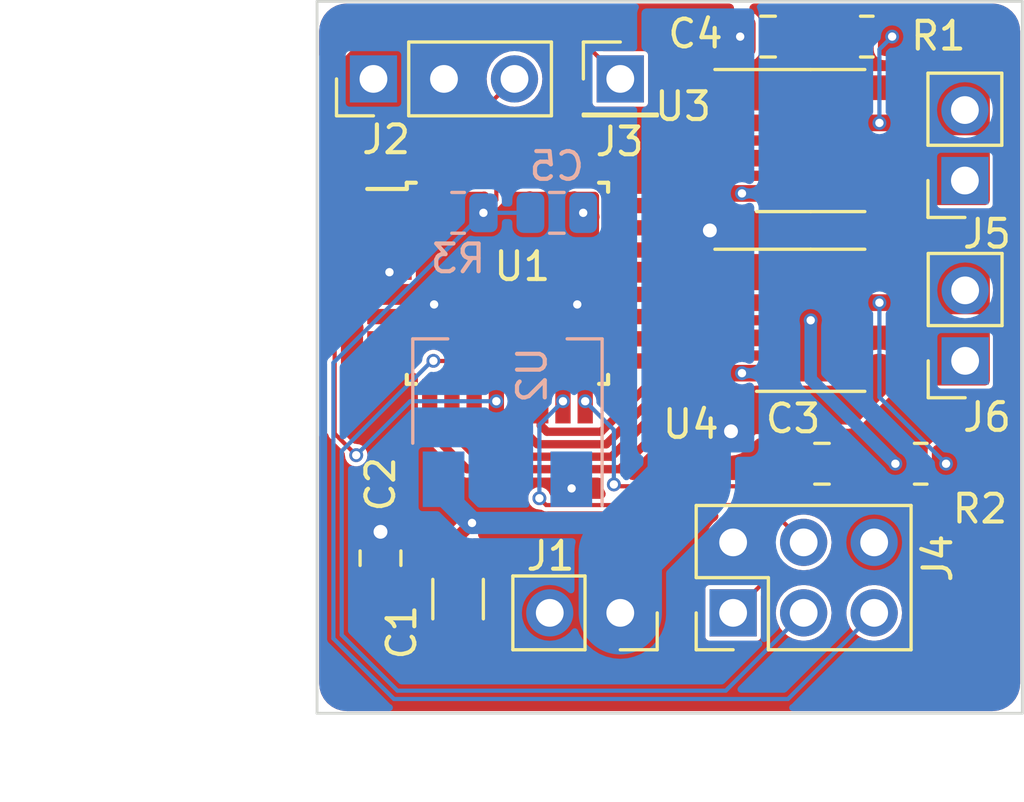
<source format=kicad_pcb>
(kicad_pcb (version 20221018) (generator pcbnew)
  (layers (0 "F.Cu" signal) (31 "B.Cu" signal) (34 "B.Paste" user) (35 "F.Paste" user) (36 "B.SilkS" user "B.Silkscreen") (37 "F.SilkS" user "F.Silkscreen") (38 "B.Mask" user) (39 "F.Mask" user) (44 "Edge.Cuts" user))
  (net 0 "")
  (net 1 "Net-(U4-LSS)")
  (net 2 "Net-(U1-PD5)")
  (net 3 "Net-(U1-PD6)")
  (net 5 "+BATT")
  (net 7 "GND")
  (net 8 "/~{RST}")
  (net 9 "+5V")
  (net 10 "/MOSI")
  (net 11 "/SCK")
  (net 12 "/MISO")
  (net 13 "Net-(J3-Pin_1)")
  (net 17 "Net-(J5-Pin_1)")
  (net 18 "/RX")
  (net 19 "/TX")
  (net 24 "Net-(J5-Pin_2)")
  (net 25 "Net-(J6-Pin_2)")
  (net 27 "Net-(U3-LSS)")
  (net 28 "Net-(U1-PB1)")
  (net 29 "Net-(U1-PB2)")
  (net 34 "Net-(J6-Pin_1)")
  (footprint "kibuzzard-64FD511C" (layer "F.Cu") (at 132.08 57.15)
    (fp_text reference "kibuzzard-64FD511C" hide)
    (fp_text value "G***" hide)
  )
  (footprint "Capacitor_SMD:C_0805_2012Metric" (layer "F.Cu") (at 130.81 52.578 90)
    (fp_text reference "C2" (at 2.667 0 90) (layer "F.SilkS"))
    (fp_text value "0.1uF")
    (fp_line (start -0.261252 -0.735) (end 0.261252 -0.735) (stroke (width 0.12)) (layer "F.SilkS"))
    (fp_line (start -0.261252 0.735) (end 0.261252 0.735) (stroke (width 0.12)) (layer "F.SilkS"))
    (pad "1" smd roundrect (at -0.95 0 90) (size 1 1.45) (layers "F.Cu" "F.Paste" "F.Mask") (net 7 "GND"))
    (pad "2" smd roundrect (at 0.95 0 90) (size 1 1.45) (layers "F.Cu" "F.Paste" "F.Mask") (net 9 "+5V"))
  )
  (footprint "Resistor_SMD:R_0805_2012Metric" (layer "F.Cu") (at 148.3245 33.781)
    (fp_text reference "R1" (at 2.5769 -0.0244) (layer "F.SilkS"))
    (fp_text value "0.2")
    (fp_line (start -0.227064 -0.735) (end 0.227064 -0.735) (stroke (width 0.12)) (layer "F.SilkS"))
    (fp_line (start -0.227064 0.735) (end 0.227064 0.735) (stroke (width 0.12)) (layer "F.SilkS"))
    (pad "1" smd roundrect (at -0.9125 0) (size 1.025 1.4) (layers "F.Cu" "F.Paste" "F.Mask") (roundrect_rratio 0.243902439) (net 7 "GND"))
    (pad "2" smd roundrect (at 0.9125 0) (size 1.025 1.4) (layers "F.Cu" "F.Paste" "F.Mask") (roundrect_rratio 0.243902439) (net 27 "Net-(U3-LSS)"))
  )
  (footprint "Capacitor_SMD:C_0805_2012Metric" (layer "F.Cu") (at 144.7704 33.781)
    (fp_text reference "C4" (at -2.6162 -0.1016) (layer "F.SilkS"))
    (fp_text value "0.1uF")
    (fp_line (start -0.261252 -0.735) (end 0.261252 -0.735) (stroke (width 0.12)) (layer "F.SilkS"))
    (fp_line (start -0.261252 0.735) (end 0.261252 0.735) (stroke (width 0.12)) (layer "F.SilkS"))
    (pad "1" smd roundrect (at -0.95 0) (size 1 1.45) (layers "F.Cu" "F.Paste" "F.Mask") (net 5 "+BATT"))
    (pad "2" smd roundrect (at 0.95 0) (size 1 1.45) (layers "F.Cu" "F.Paste" "F.Mask") (net 7 "GND"))
  )
  (footprint "Connector_PinSocket_2.54mm:PinSocket_1x02_P2.54mm_Vertical" (layer "F.Cu") (at 151.8574 38.968 180)
    (fp_text reference "J5" (at -0.7966 -1.926) (layer "F.SilkS"))
    (fp_text value "M1")
    (fp_line (start -1.33 1.27) (end -1.33 3.87) (stroke (width 0.12)) (layer "F.SilkS"))
    (fp_line (start -1.33 1.27) (end 1.33 1.27) (stroke (width 0.12)) (layer "F.SilkS"))
    (fp_line (start -1.33 3.87) (end 1.33 3.87) (stroke (width 0.12)) (layer "F.SilkS"))
    (fp_line (start 0 -1.33) (end 1.33 -1.33) (stroke (width 0.12)) (layer "F.SilkS"))
    (fp_line (start 1.33 -1.33) (end 1.33 0) (stroke (width 0.12)) (layer "F.SilkS"))
    (fp_line (start 1.33 1.27) (end 1.33 3.87) (stroke (width 0.12)) (layer "F.SilkS"))
    (pad "1" thru_hole rect (at 0 0 180) (size 1.7 1.7) (drill 1) (layers "*.Cu" "*.Mask") (net 17 "Net-(J5-Pin_1)"))
    (pad "2" thru_hole oval (at 0 2.54 180) (size 1.7 1.7) (drill 1) (layers "*.Cu" "*.Mask") (net 24 "Net-(J5-Pin_2)"))
  )
  (footprint "Capacitor_SMD:C_0805_2012Metric" (layer "F.Cu") (at 146.7104 49.1744)
    (fp_text reference "C3" (at -1.0414 -1.6256 -360) (layer "F.SilkS"))
    (fp_text value "0.1uF")
    (fp_line (start -0.261252 -0.735) (end 0.261252 -0.735) (stroke (width 0.12)) (layer "F.SilkS"))
    (fp_line (start -0.261252 0.735) (end 0.261252 0.735) (stroke (width 0.12)) (layer "F.SilkS"))
    (pad "1" smd roundrect (at -0.95 0) (size 1 1.45) (layers "F.Cu" "F.Paste" "F.Mask") (net 5 "+BATT"))
    (pad "2" smd roundrect (at 0.95 0) (size 1 1.45) (layers "F.Cu" "F.Paste" "F.Mask") (net 7 "GND"))
  )
  (footprint "Connector_PinSocket_2.54mm:PinSocket_1x02_P2.54mm_Vertical" (layer "F.Cu") (at 139.446 54.549 -90)
    (fp_text reference "J1" (at -2.0472 2.5146 -180) (layer "F.SilkS"))
    (fp_text value "Power")
    (fp_line (start -1.33 1.27) (end -1.33 3.87) (stroke (width 0.12)) (layer "F.SilkS"))
    (fp_line (start -1.33 1.27) (end 1.33 1.27) (stroke (width 0.12)) (layer "F.SilkS"))
    (fp_line (start -1.33 3.87) (end 1.33 3.87) (stroke (width 0.12)) (layer "F.SilkS"))
    (fp_line (start 0 -1.33) (end 1.33 -1.33) (stroke (width 0.12)) (layer "F.SilkS"))
    (fp_line (start 1.33 -1.33) (end 1.33 0) (stroke (width 0.12)) (layer "F.SilkS"))
    (fp_line (start 1.33 1.27) (end 1.33 3.87) (stroke (width 0.12)) (layer "F.SilkS"))
    (pad "1" thru_hole rect (at 0 0 270) (size 1.7 1.7) (drill 1) (layers "*.Cu" "*.Mask") (net 5 "+BATT"))
    (pad "2" thru_hole oval (at 0 2.54 270) (size 1.7 1.7) (drill 1) (layers "*.Cu" "*.Mask") (net 7 "GND"))
  )
  (footprint "Connector_PinSocket_2.54mm:PinSocket_1x02_P2.54mm_Vertical" (layer "F.Cu") (at 151.8666 45.466 180)
    (fp_text reference "J6" (at -0.7874 -2.032) (layer "F.SilkS"))
    (fp_text value "M2")
    (fp_line (start -1.33 1.27) (end -1.33 3.87) (stroke (width 0.12)) (layer "F.SilkS"))
    (fp_line (start -1.33 1.27) (end 1.33 1.27) (stroke (width 0.12)) (layer "F.SilkS"))
    (fp_line (start -1.33 3.87) (end 1.33 3.87) (stroke (width 0.12)) (layer "F.SilkS"))
    (fp_line (start 0 -1.33) (end 1.33 -1.33) (stroke (width 0.12)) (layer "F.SilkS"))
    (fp_line (start 1.33 -1.33) (end 1.33 0) (stroke (width 0.12)) (layer "F.SilkS"))
    (fp_line (start 1.33 1.27) (end 1.33 3.87) (stroke (width 0.12)) (layer "F.SilkS"))
    (pad "1" thru_hole rect (at 0 0 180) (size 1.7 1.7) (drill 1) (layers "*.Cu" "*.Mask") (net 34 "Net-(J6-Pin_1)"))
    (pad "2" thru_hole oval (at 0 2.54 180) (size 1.7 1.7) (drill 1) (layers "*.Cu" "*.Mask") (net 25 "Net-(J6-Pin_2)"))
  )
  (footprint "Connector_PinHeader_2.54mm:PinHeader_1x01_P2.54mm_Vertical" (layer "F.Cu") (at 139.446 35.306)
    (fp_text reference "J3" (at -0.0254 2.2606) (layer "F.SilkS"))
    (fp_text value "Servo")
    (fp_line (start -1.33 -1.33) (end 0 -1.33) (stroke (width 0.12)) (layer "F.SilkS"))
    (fp_line (start -1.33 0) (end -1.33 -1.33) (stroke (width 0.12)) (layer "F.SilkS"))
    (fp_line (start -1.33 1.27) (end -1.33 1.33) (stroke (width 0.12)) (layer "F.SilkS"))
    (fp_line (start -1.33 1.27) (end 1.33 1.27) (stroke (width 0.12)) (layer "F.SilkS"))
    (fp_line (start -1.33 1.33) (end 1.33 1.33) (stroke (width 0.12)) (layer "F.SilkS"))
    (fp_line (start 1.33 1.27) (end 1.33 1.33) (stroke (width 0.12)) (layer "F.SilkS"))
    (pad "1" thru_hole rect (at 0 0) (size 1.7 1.7) (drill 1) (layers "*.Cu" "*.Mask") (net 13 "Net-(J3-Pin_1)"))
  )
  (footprint "Package_QFP:TQFP-32_7x7mm_P0.8mm" (layer "F.Cu") (at 135.382 42.672)
    (fp_text reference "U1" (at 0.5334 -0.6096) (layer "F.SilkS"))
    (fp_text value "ATmega328-A")
    (fp_line (start -3.625 -3.625) (end -3.625 -3.4) (stroke (width 0.15)) (layer "F.SilkS"))
    (fp_line (start -3.625 -3.625) (end -3.3 -3.625) (stroke (width 0.15)) (layer "F.SilkS"))
    (fp_line (start -3.625 -3.4) (end -5.05 -3.4) (stroke (width 0.15)) (layer "F.SilkS"))
    (fp_line (start -3.625 3.625) (end -3.625 3.3) (stroke (width 0.15)) (layer "F.SilkS"))
    (fp_line (start -3.625 3.625) (end -3.3 3.625) (stroke (width 0.15)) (layer "F.SilkS"))
    (fp_line (start 3.625 -3.625) (end 3.3 -3.625) (stroke (width 0.15)) (layer "F.SilkS"))
    (fp_line (start 3.625 -3.625) (end 3.625 -3.3) (stroke (width 0.15)) (layer "F.SilkS"))
    (fp_line (start 3.625 3.625) (end 3.3 3.625) (stroke (width 0.15)) (layer "F.SilkS"))
    (fp_line (start 3.625 3.625) (end 3.625 3.3) (stroke (width 0.15)) (layer "F.SilkS"))
    (pad "1" smd rect (at -4.25 -2.8) (size 1.6 0.55) (layers "F.Cu" "F.Paste" "F.Mask"))
    (pad "2" smd rect (at -4.25 -2) (size 1.6 0.55) (layers "F.Cu" "F.Paste" "F.Mask"))
    (pad "3" smd rect (at -4.25 -1.2) (size 1.6 0.55) (layers "F.Cu" "F.Paste" "F.Mask") (net 7 "GND"))
    (pad "4" smd rect (at -4.25 -0.4) (size 1.6 0.55) (layers "F.Cu" "F.Paste" "F.Mask") (net 9 "+5V"))
    (pad "5" smd rect (at -4.25 0.4) (size 1.6 0.55) (layers "F.Cu" "F.Paste" "F.Mask") (net 7 "GND"))
    (pad "6" smd rect (at -4.25 1.2) (size 1.6 0.55) (layers "F.Cu" "F.Paste" "F.Mask") (net 9 "+5V"))
    (pad "7" smd rect (at -4.25 2) (size 1.6 0.55) (layers "F.Cu" "F.Paste" "F.Mask"))
    (pad "8" smd rect (at -4.25 2.8) (size 1.6 0.55) (layers "F.Cu" "F.Paste" "F.Mask"))
    (pad "9" smd rect (at -2.8 4.25 90) (size 1.6 0.55) (layers "F.Cu" "F.Paste" "F.Mask") (net 2 "Net-(U1-PD5)"))
    (pad "10" smd rect (at -2 4.25 90) (size 1.6 0.55) (layers "F.Cu" "F.Paste" "F.Mask") (net 3 "Net-(U1-PD6)"))
    (pad "11" smd rect (at -1.2 4.25 90) (size 1.6 0.55) (layers "F.Cu" "F.Paste" "F.Mask"))
    (pad "12" smd rect (at -0.4 4.25 90) (size 1.6 0.55) (layers "F.Cu" "F.Paste" "F.Mask") (net 13 "Net-(J3-Pin_1)"))
    (pad "13" smd rect (at 0.4 4.25 90) (size 1.6 0.55) (layers "F.Cu" "F.Paste" "F.Mask") (net 28 "Net-(U1-PB1)"))
    (pad "14" smd rect (at 1.2 4.25 90) (size 1.6 0.55) (layers "F.Cu" "F.Paste" "F.Mask") (net 29 "Net-(U1-PB2)"))
    (pad "15" smd rect (at 2 4.25 90) (size 1.6 0.55) (layers "F.Cu" "F.Paste" "F.Mask") (net 10 "/MOSI"))
    (pad "16" smd rect (at 2.8 4.25 90) (size 1.6 0.55) (layers "F.Cu" "F.Paste" "F.Mask") (net 12 "/MISO"))
    (pad "17" smd rect (at 4.25 2.8) (size 1.6 0.55) (layers "F.Cu" "F.Paste" "F.Mask") (net 11 "/SCK"))
    (pad "18" smd rect (at 4.25 2) (size 1.6 0.55) (layers "F.Cu" "F.Paste" "F.Mask") (net 9 "+5V"))
    (pad "19" smd rect (at 4.25 1.2) (size 1.6 0.55) (layers "F.Cu" "F.Paste" "F.Mask"))
    (pad "20" smd rect (at 4.25 0.4) (size 1.6 0.55) (layers "F.Cu" "F.Paste" "F.Mask") (net 9 "+5V"))
    (pad "21" smd rect (at 4.25 -0.4) (size 1.6 0.55) (layers "F.Cu" "F.Paste" "F.Mask") (net 7 "GND"))
    (pad "22" smd rect (at 4.25 -1.2) (size 1.6 0.55) (layers "F.Cu" "F.Paste" "F.Mask"))
    (pad "23" smd rect (at 4.25 -2) (size 1.6 0.55) (layers "F.Cu" "F.Paste" "F.Mask"))
    (pad "24" smd rect (at 4.25 -2.8) (size 1.6 0.55) (layers "F.Cu" "F.Paste" "F.Mask"))
    (pad "25" smd rect (at 2.8 -4.25 90) (size 1.6 0.55) (layers "F.Cu" "F.Paste" "F.Mask"))
    (pad "26" smd rect (at 2 -4.25 90) (size 1.6 0.55) (layers "F.Cu" "F.Paste" "F.Mask"))
    (pad "27" smd rect (at 1.2 -4.25 90) (size 1.6 0.55) (layers "F.Cu" "F.Paste" "F.Mask"))
    (pad "28" smd rect (at 0.4 -4.25 90) (size 1.6 0.55) (layers "F.Cu" "F.Paste" "F.Mask"))
    (pad "29" smd rect (at -0.4 -4.25 90) (size 1.6 0.55) (layers "F.Cu" "F.Paste" "F.Mask") (net 8 "/~{RST}"))
    (pad "30" smd rect (at -1.2 -4.25 90) (size 1.6 0.55) (layers "F.Cu" "F.Paste" "F.Mask") (net 18 "/RX"))
    (pad "31" smd rect (at -2 -4.25 90) (size 1.6 0.55) (layers "F.Cu" "F.Paste" "F.Mask") (net 19 "/TX"))
    (pad "32" smd rect (at -2.8 -4.25 90) (size 1.6 0.55) (layers "F.Cu" "F.Paste" "F.Mask"))
  )
  (footprint "Package_SO:SOIC-8-1EP_3.9x4.9mm_P1.27mm_EP2.41x3.3mm" (layer "F.Cu") (at 146.304 44.005)
    (fp_text reference "U4" (at -4.318 3.747 -360) (layer "F.SilkS"))
    (fp_text value "A4950E")
    (fp_line (start 0 -2.56) (end -3.45 -2.56) (stroke (width 0.12)) (layer "F.SilkS"))
    (fp_line (start 0 -2.56) (end 1.95 -2.56) (stroke (width 0.12)) (layer "F.SilkS"))
    (fp_line (start 0 2.56) (end -1.95 2.56) (stroke (width 0.12)) (layer "F.SilkS"))
    (fp_line (start 0 2.56) (end 1.95 2.56) (stroke (width 0.12)) (layer "F.SilkS"))
    (pad "1" smd roundrect (at -2.475 -1.905) (size 1.95 0.6) (layers "F.Cu" "F.Paste" "F.Mask") (net 7 "GND"))
    (pad "2" smd roundrect (at -2.475 -0.635) (size 1.95 0.6) (layers "F.Cu" "F.Paste" "F.Mask") (net 3 "Net-(U1-PD6)"))
    (pad "3" smd roundrect (at -2.475 0.635) (size 1.95 0.6) (layers "F.Cu" "F.Paste" "F.Mask") (net 2 "Net-(U1-PD5)"))
    (pad "4" smd roundrect (at -2.475 1.905) (size 1.95 0.6) (layers "F.Cu" "F.Paste" "F.Mask") (net 9 "+5V"))
    (pad "5" smd roundrect (at 2.475 1.905) (size 1.95 0.6) (layers "F.Cu" "F.Paste" "F.Mask") (net 5 "+BATT"))
    (pad "6" smd roundrect (at 2.475 0.635) (size 1.95 0.6) (layers "F.Cu" "F.Paste" "F.Mask") (net 34 "Net-(J6-Pin_1)"))
    (pad "7" smd roundrect (at 2.475 -0.635) (size 1.95 0.6) (layers "F.Cu" "F.Paste" "F.Mask") (net 1 "Net-(U4-LSS)"))
    (pad "8" smd roundrect (at 2.475 -1.905) (size 1.95 0.6) (layers "F.Cu" "F.Paste" "F.Mask") (net 25 "Net-(J6-Pin_2)"))
    (pad "9" smd rect (at 0 0) (size 2.41 3.3) (layers "F.Cu" "F.Mask") (net 7 "GND"))
  )
  (footprint "Resistor_SMD:R_0805_2012Metric" (layer "F.Cu") (at 150.2664 49.1744)
    (fp_text reference "R2" (at 2.1336 1.6256 -360) (layer "F.SilkS"))
    (fp_text value "0.2")
    (fp_line (start -0.227064 -0.735) (end 0.227064 -0.735) (stroke (width 0.12)) (layer "F.SilkS"))
    (fp_line (start -0.227064 0.735) (end 0.227064 0.735) (stroke (width 0.12)) (layer "F.SilkS"))
    (pad "1" smd roundrect (at -0.9125 0) (size 1.025 1.4) (layers "F.Cu" "F.Paste" "F.Mask") (roundrect_rratio 0.243902439) (net 7 "GND"))
    (pad "2" smd roundrect (at 0.9125 0) (size 1.025 1.4) (layers "F.Cu" "F.Paste" "F.Mask") (roundrect_rratio 0.243902439) (net 1 "Net-(U4-LSS)"))
  )
  (footprint "Package_SO:SOIC-8-1EP_3.9x4.9mm_P1.27mm_EP2.41x3.3mm" (layer "F.Cu") (at 146.304 37.527)
    (fp_text reference "U3" (at -4.5974 -1.2304) (layer "F.SilkS"))
    (fp_text value "A4950E")
    (fp_line (start 0 -2.56) (end -3.45 -2.56) (stroke (width 0.12)) (layer "F.SilkS"))
    (fp_line (start 0 -2.56) (end 1.95 -2.56) (stroke (width 0.12)) (layer "F.SilkS"))
    (fp_line (start 0 2.56) (end -1.95 2.56) (stroke (width 0.12)) (layer "F.SilkS"))
    (fp_line (start 0 2.56) (end 1.95 2.56) (stroke (width 0.12)) (layer "F.SilkS"))
    (pad "1" smd roundrect (at -2.475 -1.905) (size 1.95 0.6) (layers "F.Cu" "F.Paste" "F.Mask") (net 7 "GND"))
    (pad "2" smd roundrect (at -2.475 -0.635) (size 1.95 0.6) (layers "F.Cu" "F.Paste" "F.Mask") (net 29 "Net-(U1-PB2)"))
    (pad "3" smd roundrect (at -2.475 0.635) (size 1.95 0.6) (layers "F.Cu" "F.Paste" "F.Mask") (net 28 "Net-(U1-PB1)"))
    (pad "4" smd roundrect (at -2.475 1.905) (size 1.95 0.6) (layers "F.Cu" "F.Paste" "F.Mask") (net 9 "+5V"))
    (pad "5" smd roundrect (at 2.475 1.905) (size 1.95 0.6) (layers "F.Cu" "F.Paste" "F.Mask") (net 5 "+BATT"))
    (pad "6" smd roundrect (at 2.475 0.635) (size 1.95 0.6) (layers "F.Cu" "F.Paste" "F.Mask") (net 17 "Net-(J5-Pin_1)"))
    (pad "7" smd roundrect (at 2.475 -0.635) (size 1.95 0.6) (layers "F.Cu" "F.Paste" "F.Mask") (net 27 "Net-(U3-LSS)"))
    (pad "8" smd roundrect (at 2.475 -1.905) (size 1.95 0.6) (layers "F.Cu" "F.Paste" "F.Mask") (net 24 "Net-(J5-Pin_2)"))
    (pad "9" smd rect (at 0 0) (size 2.41 3.3) (layers "F.Cu" "F.Mask") (net 7 "GND"))
  )
  (footprint "Capacitor_SMD:C_1206_3216Metric" (layer "F.Cu") (at 133.604 54.053 -90)
    (fp_text reference "C1" (at 1.192 2.032 90) (layer "F.SilkS"))
    (fp_text value "100uF")
    (fp_line (start -0.711252 -0.91) (end 0.711252 -0.91) (stroke (width 0.12)) (layer "F.SilkS"))
    (fp_line (start -0.711252 0.91) (end 0.711252 0.91) (stroke (width 0.12)) (layer "F.SilkS"))
    (pad "1" smd roundrect (at -1.475 0 270) (size 1.15 1.8) (layers "F.Cu" "F.Paste" "F.Mask") (roundrect_rratio 0.2173913043) (net 5 "+BATT"))
    (pad "2" smd roundrect (at 1.475 0 270) (size 1.15 1.8) (layers "F.Cu" "F.Paste" "F.Mask") (roundrect_rratio 0.2173913043) (net 7 "GND"))
  )
  (footprint "Connector_PinHeader_2.54mm:PinHeader_1x03_P2.54mm_Vertical" (layer "F.Cu") (at 130.556 35.306 90)
    (fp_text reference "J2" (at -2.1844 0.4572 180) (layer "F.SilkS"))
    (fp_text value "Servo")
    (fp_line (start -1.33 -1.33) (end 0 -1.33) (stroke (width 0.12)) (layer "F.SilkS"))
    (fp_line (start -1.33 0) (end -1.33 -1.33) (stroke (width 0.12)) (layer "F.SilkS"))
    (fp_line (start -1.33 1.27) (end -1.33 6.41) (stroke (width 0.12)) (layer "F.SilkS"))
    (fp_line (start -1.33 1.27) (end 1.33 1.27) (stroke (width 0.12)) (layer "F.SilkS"))
    (fp_line (start -1.33 6.41) (end 1.33 6.41) (stroke (width 0.12)) (layer "F.SilkS"))
    (fp_line (start 1.33 1.27) (end 1.33 6.41) (stroke (width 0.12)) (layer "F.SilkS"))
    (pad "1" thru_hole rect (at 0 0 90) (size 1.7 1.7) (drill 1) (layers "*.Cu" "*.Mask") (net 7 "GND"))
    (pad "2" thru_hole oval (at 0 2.54 90) (size 1.7 1.7) (drill 1) (layers "*.Cu" "*.Mask") (net 9 "+5V"))
    (pad "3" thru_hole oval (at 0 5.08 90) (size 1.7 1.7) (drill 1) (layers "*.Cu" "*.Mask") (net 18 "/RX"))
  )
  (footprint "Connector_PinHeader_2.54mm:PinHeader_2x03_P2.54mm_Vertical" (layer "F.Cu") (at 143.51 54.549 90)
    (fp_text reference "J4" (at 1.971 7.366 90) (layer "F.SilkS"))
    (fp_text value "AVR-ISP-6")
    (fp_line (start -1.33 -1.33) (end 0 -1.33) (stroke (width 0.12)) (layer "F.SilkS"))
    (fp_line (start -1.33 0) (end -1.33 -1.33) (stroke (width 0.12)) (layer "F.SilkS"))
    (fp_line (start -1.33 1.27) (end -1.33 6.41) (stroke (width 0.12)) (layer "F.SilkS"))
    (fp_line (start -1.33 1.27) (end 1.27 1.27) (stroke (width 0.12)) (layer "F.SilkS"))
    (fp_line (start -1.33 6.41) (end 3.87 6.41) (stroke (width 0.12)) (layer "F.SilkS"))
    (fp_line (start 1.27 -1.33) (end 3.87 -1.33) (stroke (width 0.12)) (layer "F.SilkS"))
    (fp_line (start 1.27 1.27) (end 1.27 -1.33) (stroke (width 0.12)) (layer "F.SilkS"))
    (fp_line (start 3.87 -1.33) (end 3.87 6.41) (stroke (width 0.12)) (layer "F.SilkS"))
    (pad "1" thru_hole rect (at 0 0 90) (size 1.7 1.7) (drill 1) (layers "*.Cu" "*.Mask") (net 10 "/MOSI"))
    (pad "2" thru_hole oval (at 2.54 0 90) (size 1.7 1.7) (drill 1) (layers "*.Cu" "*.Mask") (net 9 "+5V"))
    (pad "3" thru_hole oval (at 0 2.54 90) (size 1.7 1.7) (drill 1) (layers "*.Cu" "*.Mask") (net 11 "/SCK"))
    (pad "4" thru_hole oval (at 2.54 2.54 90) (size 1.7 1.7) (drill 1) (layers "*.Cu" "*.Mask") (net 12 "/MISO"))
    (pad "5" thru_hole oval (at 0 5.08 90) (size 1.7 1.7) (drill 1) (layers "*.Cu" "*.Mask") (net 8 "/~{RST}"))
    (pad "6" thru_hole oval (at 2.54 5.08 90) (size 1.7 1.7) (drill 1) (layers "*.Cu" "*.Mask") (net 7 "GND"))
  )
  (footprint "Capacitor_SMD:C_0805_2012Metric" (layer "B.Cu") (at 137.16 40.132 180)
    (fp_text reference "C5" (at 0 1.68) (layer "B.SilkS") (effects (justify mirror)))
    (fp_text value "0.1uF")
    (fp_line (start -0.261252 -0.735) (end 0.261252 -0.735) (stroke (width 0.12)) (layer "B.SilkS"))
    (fp_line (start -0.261252 0.735) (end 0.261252 0.735) (stroke (width 0.12)) (layer "B.SilkS"))
    (pad "1" smd roundrect (at -0.95 0 180) (size 1 1.45) (layers "B.Cu" "B.Paste" "B.Mask") (net 7 "GND"))
    (pad "2" smd roundrect (at 0.95 0 180) (size 1 1.45) (layers "B.Cu" "B.Paste" "B.Mask") (net 8 "/~{RST}"))
  )
  (footprint "Package_TO_SOT_SMD:SOT-223-3_TabPin2" (layer "B.Cu") (at 135.382 46.584 90)
    (fp_text reference "U2" (at 0.61 0.889 90) (layer "B.SilkS") (effects (justify mirror)))
    (fp_text value "AMS1117-5.0")
    (fp_line (start -4.1 3.41) (end 1.91 3.41) (stroke (width 0.12)) (layer "B.SilkS"))
    (fp_line (start -1.85 -3.41) (end 1.91 -3.41) (stroke (width 0.12)) (layer "B.SilkS"))
    (fp_line (start 1.91 -3.41) (end 1.91 -2.15) (stroke (width 0.12)) (layer "B.SilkS"))
    (fp_line (start 1.91 3.41) (end 1.91 2.15) (stroke (width 0.12)) (layer "B.SilkS"))
    (pad "1" smd rect (at -3.15 2.3 90) (size 2 1.5) (layers "B.Cu" "B.Paste" "B.Mask") (net 7 "GND"))
    (pad "2" smd rect (at -3.15 0 90) (size 2 1.5) (layers "B.Cu" "B.Paste" "B.Mask") (net 9 "+5V"))
    (pad "2" smd rect (at 3.15 0 90) (size 2 3.8) (layers "B.Cu" "B.Paste" "B.Mask") (net 9 "+5V"))
    (pad "3" smd rect (at -3.15 -2.3 90) (size 2 1.5) (layers "B.Cu" "B.Paste" "B.Mask") (net 5 "+BATT"))
  )
  (footprint "Resistor_SMD:R_0805_2012Metric" (layer "B.Cu") (at 133.604 40.132)
    (fp_text reference "R3" (at 0 1.65) (layer "B.SilkS") (effects (justify mirror)))
    (fp_text value "10k")
    (fp_line (start -0.227064 -0.735) (end 0.227064 -0.735) (stroke (width 0.12)) (layer "B.SilkS"))
    (fp_line (start -0.227064 0.735) (end 0.227064 0.735) (stroke (width 0.12)) (layer "B.SilkS"))
    (pad "1" smd roundrect (at -0.9125 0) (size 1.025 1.4) (layers "B.Cu" "B.Paste" "B.Mask") (roundrect_rratio 0.243902439) (net 9 "+5V"))
    (pad "2" smd roundrect (at 0.9125 0) (size 1.025 1.4) (layers "B.Cu" "B.Paste" "B.Mask") (roundrect_rratio 0.243902439) (net 8 "/~{RST}"))
  )
  (gr_line (start 153.924 32.512) (end 153.924 58.166) (stroke (width 0.1)) (layer "Edge.Cuts"))
  (gr_line (start 128.524 58.166) (end 128.524 32.512) (stroke (width 0.1)) (layer "Edge.Cuts"))
  (gr_line (start 153.924 32.512) (end 128.524 32.512) (stroke (width 0.1)) (layer "Edge.Cuts"))
  (gr_line (start 153.924 58.166) (end 128.524 58.166) (stroke (width 0.1)) (layer "Edge.Cuts"))
  (via (at 148.779 43.37) (size 0.5) (drill 0.3) (layers "F.Cu" "B.Cu") (net 1))
  (via (at 151.1789 49.1744) (size 0.5) (drill 0.3) (layers "F.Cu" "B.Cu") (net 1))
  (segment (start 151.1789 49.1744) (end 148.779 46.7745) (width 0.15) (layer "B.Cu") (net 1))
  (segment (start 148.779 46.7745) (end 148.779 43.37) (width 0.15) (layer "B.Cu") (net 1))
  (segment (start 139.428396 49.372) (end 142.124 46.676396) (width 0.3) (layer "F.Cu") (net 2))
  (segment (start 133.932 49.372) (end 139.428396 49.372) (width 0.3) (layer "F.Cu") (net 2))
  (segment (start 132.582 48.022) (end 133.932 49.372) (width 0.3) (layer "F.Cu") (net 2))
  (segment (start 142.124 46.676396) (end 142.124 45.466) (width 0.3) (layer "F.Cu") (net 2))
  (segment (start 132.582 46.922) (end 132.582 48.022) (width 0.3) (layer "F.Cu") (net 2))
  (segment (start 142.124 45.466) (end 142.95 44.64) (width 0.3) (layer "F.Cu") (net 2))
  (segment (start 142.95 44.64) (end 143.829 44.64) (width 0.3) (layer "F.Cu") (net 2))
  (segment (start 143.829 43.37) (end 143.066 43.37) (width 0.3) (layer "F.Cu") (net 3))
  (segment (start 139.129792 48.922) (end 134.266 48.922) (width 0.3) (layer "F.Cu") (net 3))
  (segment (start 133.382 48.038) (end 133.382 46.922) (width 0.3) (layer "F.Cu") (net 3))
  (segment (start 141.674 44.762) (end 141.674 46.377792) (width 0.3) (layer "F.Cu") (net 3))
  (segment (start 143.066 43.37) (end 141.674 44.762) (width 0.3) (layer "F.Cu") (net 3))
  (segment (start 134.266 48.922) (end 133.382 48.038) (width 0.3) (layer "F.Cu") (net 3))
  (segment (start 141.674 46.377792) (end 139.129792 48.922) (width 0.3) (layer "F.Cu") (net 3))
  (segment (start 144.3798 47.06) (end 143.4338 48.006) (width 1.4) (layer "F.Cu") (net 5))
  (segment (start 133.604 52.578) (end 133.604 51.81) (width 0.45) (layer "F.Cu") (net 5))
  (segment (start 147.629 47.06) (end 144.3798 47.06) (width 1.4) (layer "F.Cu") (net 5))
  (segment (start 144.6174 48.0314) (end 143.4084 48.0314) (width 0.15) (layer "F.Cu") (net 5))
  (segment (start 148.779 45.91) (end 147.629 47.06) (width 1.4) (layer "F.Cu") (net 5))
  (segment (start 143.4338 48.006) (end 143.4084 48.0314) (width 1.4) (layer "F.Cu") (net 5))
  (segment (start 133.604 51.81) (end 134.106 51.308) (width 0.45) (layer "F.Cu") (net 5))
  (segment (start 145.7604 49.1744) (end 144.6174 48.0314) (width 0.15) (layer "F.Cu") (net 5))
  (segment (start 147.444 40.767) (end 148.779 39.432) (width 1.4) (layer "F.Cu") (net 5))
  (segment (start 142.6718 40.767) (end 147.444 40.767) (width 1.4) (layer "F.Cu") (net 5))
  (via (at 134.106 51.308) (size 0.5) (drill 0.3) (layers "F.Cu" "B.Cu") (net 5))
  (via (at 143.4338 48.006) (size 0.8) (drill 0.5) (layers "F.Cu" "B.Cu") (net 5))
  (via (at 143.764 33.782) (size 0.5) (drill 0.3) (layers "F.Cu" "B.Cu") (net 5))
  (via (at 142.6718 40.767) (size 0.8) (drill 0.5) (layers "F.Cu" "B.Cu") (net 5))
  (segment (start 133.082 50.284) (end 134.106 51.308) (width 0.8) (layer "B.Cu") (net 5))
  (segment (start 141.929 41.5098) (end 142.574397 40.864403) (width 3) (layer "B.Cu") (net 5))
  (segment (start 139.446 54.549) (end 139.446 52.377033) (width 3) (layer "B.Cu") (net 5))
  (segment (start 133.082 49.734) (end 133.082 50.284) (width 0.8) (layer "B.Cu") (net 5))
  (segment (start 139.446 52.377033) (end 141.929 49.894033) (width 3) (layer "B.Cu") (net 5))
  (segment (start 139.446 51.796) (end 138.958 51.308) (width 0.8) (layer "B.Cu") (net 5))
  (segment (start 134.106 51.308) (end 138.958 51.308) (width 0.8) (layer "B.Cu") (net 5))
  (segment (start 141.929 49.894033) (end 141.929 41.5098) (width 3) (layer "B.Cu") (net 5))
  (segment (start 144.399 42.1) (end 143.829 42.1) (width 0.45) (layer "F.Cu") (net 7))
  (segment (start 146.304 44.005) (end 144.399 42.1) (width 0.45) (layer "F.Cu") (net 7))
  (via (at 137.6934 50.0634) (size 0.5) (drill 0.3) (layers "F.Cu" "B.Cu") (net 7))
  (via (at 138.11 40.132) (size 0.5) (drill 0.3) (layers "F.Cu" "B.Cu") (net 7))
  (via (at 149.3539 49.1744) (size 0.5) (drill 0.3) (layers "F.Cu" "B.Cu") (net 7))
  (via (at 146.304 44.005) (size 0.5) (drill 0.3) (layers "F.Cu" "B.Cu") (net 7))
  (segment (start 146.304 44.005) (end 146.304 46.1245) (width 0.45) (layer "B.Cu") (net 7))
  (segment (start 146.304 46.1245) (end 149.3539 49.1744) (width 0.45) (layer "B.Cu") (net 7))
  (segment (start 134.982 38.422) (end 134.982 39.6665) (width 0.15) (layer "F.Cu") (net 8))
  (segment (start 134.982 39.6665) (end 134.5165 40.132) (width 0.15) (layer "F.Cu") (net 8))
  (via (at 134.5165 40.132) (size 0.5) (drill 0.3) (layers "F.Cu" "B.Cu") (net 8))
  (segment (start 145.4858 57.6532) (end 131.295336 57.6532) (width 0.15) (layer "B.Cu") (net 8))
  (segment (start 129.113 55.470864) (end 129.113 45.5355) (width 0.15) (layer "B.Cu") (net 8))
  (segment (start 134.5165 40.132) (end 136.21 40.132) (width 0.15) (layer "B.Cu") (net 8))
  (segment (start 131.295336 57.6532) (end 129.113 55.470864) (width 0.15) (layer "B.Cu") (net 8))
  (segment (start 148.59 54.549) (end 145.4858 57.6532) (width 0.15) (layer "B.Cu") (net 8))
  (segment (start 129.113 45.5355) (end 134.5165 40.132) (width 0.15) (layer "B.Cu") (net 8))
  (segment (start 131.132 43.872) (end 132.3024 43.872) (width 0.45) (layer "F.Cu") (net 9))
  (segment (start 138.607 44.672) (end 137.8966 43.9616) (width 0.45) (layer "F.Cu") (net 9))
  (segment (start 137.8966 43.9616) (end 137.8966 43.434) (width 0.45) (layer "F.Cu") (net 9))
  (segment (start 139.632 43.072) (end 138.2586 43.072) (width 0.45) (layer "F.Cu") (net 9))
  (segment (start 132.3024 43.872) (end 132.7404 43.434) (width 0.45) (layer "F.Cu") (net 9))
  (segment (start 138.2586 43.072) (end 137.8966 43.434) (width 0.45) (layer "F.Cu") (net 9))
  (segment (start 139.632 44.672) (end 138.607 44.672) (width 0.45) (layer "F.Cu") (net 9))
  (via (at 131.132 42.272) (size 0.5) (drill 0.3) (layers "F.Cu" "B.Cu") (net 9))
  (via (at 132.7404 43.434) (size 0.5) (drill 0.3) (layers "F.Cu" "B.Cu") (net 9))
  (via (at 137.8966 43.434) (size 0.5) (drill 0.3) (layers "F.Cu" "B.Cu") (net 9))
  (via (at 130.81 51.628) (size 0.8) (drill 0.5) (layers "F.Cu" "B.Cu") (net 9))
  (via (at 143.829 45.91) (size 0.5) (drill 0.3) (layers "F.Cu" "B.Cu") (net 9))
  (via (at 143.829 39.432) (size 0.5) (drill 0.3) (layers "F.Cu" "B.Cu") (net 9))
  (segment (start 144.8308 53.2282) (end 143.51 54.549) (width 0.15) (layer "F.Cu") (net 10))
  (segment (start 136.532498 50.419) (end 136.778898 50.6654) (width 0.15) (layer "F.Cu") (net 10))
  (segment (start 144.8308 51.214064) (end 144.8308 53.2282) (width 0.15) (layer "F.Cu") (net 10))
  (segment (start 136.778898 50.6654) (end 144.282136 50.6654) (width 0.15) (layer "F.Cu") (net 10))
  (segment (start 144.282136 50.6654) (end 144.8308 51.214064) (width 0.15) (layer "F.Cu") (net 10))
  (via (at 137.382 46.922) (size 0.5) (drill 0.3) (layers "F.Cu" "B.Cu") (net 10))
  (via (at 136.532498 50.419) (size 0.5) (drill 0.3) (layers "F.Cu" "B.Cu") (net 10))
  (segment (start 136.532498 50.419) (end 136.532498 47.771502) (width 0.15) (layer "B.Cu") (net 10))
  (segment (start 136.532498 47.771502) (end 137.382 46.922) (width 0.15) (layer "B.Cu") (net 10))
  (segment (start 132.715 45.466) (end 132.721 45.472) (width 0.15) (layer "F.Cu") (net 11))
  (segment (start 132.721 45.472) (end 139.632 45.472) (width 0.15) (layer "F.Cu") (net 11))
  (via (at 132.715 45.466) (size 0.5) (drill 0.3) (layers "F.Cu" "B.Cu") (net 11))
  (segment (start 129.413 48.7172) (end 132.6642 45.466) (width 0.15) (layer "B.Cu") (net 11))
  (segment (start 129.413 48.8696) (end 129.413 48.7172) (width 0.15) (layer "B.Cu") (net 11))
  (segment (start 129.413 55.3466) (end 129.413 48.8696) (width 0.15) (layer "B.Cu") (net 11))
  (segment (start 143.2458 57.3532) (end 131.4196 57.3532) (width 0.15) (layer "B.Cu") (net 11))
  (segment (start 132.6642 45.466) (end 132.715 45.466) (width 0.15) (layer "B.Cu") (net 11))
  (segment (start 146.05 54.549) (end 143.2458 57.3532) (width 0.15) (layer "B.Cu") (net 11))
  (segment (start 131.4196 57.3532) (end 129.413 55.3466) (width 0.15) (layer "B.Cu") (net 11))
  (segment (start 144.0282 49.9872) (end 146.05 52.009) (width 0.15) (layer "F.Cu") (net 12))
  (segment (start 139.280227 49.9872) (end 144.0282 49.9872) (width 0.15) (layer "F.Cu") (net 12))
  (segment (start 139.214527 49.9215) (end 139.280227 49.9872) (width 0.15) (layer "F.Cu") (net 12))
  (via (at 139.214527 49.9215) (size 0.5) (drill 0.3) (layers "F.Cu" "B.Cu") (net 12))
  (via (at 138.182 46.922) (size 0.5) (drill 0.3) (layers "F.Cu" "B.Cu") (net 12))
  (segment (start 139.214527 49.9215) (end 139.214527 47.954527) (width 0.15) (layer "B.Cu") (net 12))
  (segment (start 139.214527 47.954527) (end 138.182 46.922) (width 0.15) (layer "B.Cu") (net 12))
  (segment (start 129.9554 33.7566) (end 137.8966 33.7566) (width 0.15) (layer "F.Cu") (net 13))
  (segment (start 129.934973 48.866273) (end 129.159 48.0903) (width 0.15) (layer "F.Cu") (net 13))
  (segment (start 129.159 48.0903) (end 129.159 34.553) (width 0.15) (layer "F.Cu") (net 13))
  (segment (start 129.159 34.553) (end 129.9554 33.7566) (width 0.15) (layer "F.Cu") (net 13))
  (segment (start 137.8966 33.7566) (end 139.446 35.306) (width 0.15) (layer "F.Cu") (net 13))
  (via (at 129.934973 48.866273) (size 0.5) (drill 0.3) (layers "F.Cu" "B.Cu") (net 13))
  (via (at 134.982 46.922) (size 0.5) (drill 0.3) (layers "F.Cu" "B.Cu") (net 13))
  (segment (start 131.879246 46.922) (end 134.982 46.922) (width 0.15) (layer "B.Cu") (net 13))
  (segment (start 129.934973 48.866273) (end 131.879246 46.922) (width 0.15) (layer "B.Cu") (net 13))
  (segment (start 135.636 35.306) (end 134.182 36.76) (width 0.15) (layer "F.Cu") (net 18))
  (segment (start 134.182 36.76) (end 134.182 38.422) (width 0.15) (layer "F.Cu") (net 18))
  (via (at 148.779 36.892) (size 0.5) (drill 0.3) (layers "F.Cu" "B.Cu") (net 27))
  (via (at 149.237 33.781) (size 0.5) (drill 0.3) (layers "F.Cu" "B.Cu") (net 27))
  (segment (start 148.779 36.892) (end 148.779 34.239) (width 0.15) (layer "B.Cu") (net 27))
  (segment (start 148.779 34.239) (end 149.237 33.781) (width 0.15) (layer "B.Cu") (net 27))
  (segment (start 141.224 40.425604) (end 143.487604 38.162) (width 0.3) (layer "F.Cu") (net 28))
  (segment (start 143.487604 38.162) (end 143.829 38.162) (width 0.3) (layer "F.Cu") (net 28))
  (segment (start 135.782 47.797) (end 136.457 48.472) (width 0.3) (layer "F.Cu") (net 28))
  (segment (start 135.782 46.922) (end 135.782 47.797) (width 0.3) (layer "F.Cu") (net 28))
  (segment (start 138.943396 48.472) (end 141.224 46.191396) (width 0.3) (layer "F.Cu") (net 28))
  (segment (start 136.457 48.472) (end 138.943396 48.472) (width 0.3) (layer "F.Cu") (net 28))
  (segment (start 141.224 46.191396) (end 141.224 40.425604) (width 0.3) (layer "F.Cu") (net 28))
  (segment (start 136.807 48.022) (end 136.582 47.797) (width 0.3) (layer "F.Cu") (net 29))
  (segment (start 143.194 36.892) (end 140.732 39.354) (width 0.3) (layer "F.Cu") (net 29))
  (segment (start 136.582 47.797) (end 136.582 46.922) (width 0.3) (layer "F.Cu") (net 29))
  (segment (start 143.829 36.892) (end 143.194 36.892) (width 0.3) (layer "F.Cu") (net 29))
  (segment (start 140.732 39.354) (end 140.732 46.047) (width 0.3) (layer "F.Cu") (net 29))
  (segment (start 140.732 46.047) (end 138.757 48.022) (width 0.3) (layer "F.Cu") (net 29))
  (segment (start 138.757 48.022) (end 136.807 48.022) (width 0.3) (layer "F.Cu") (net 29))
  (zone (net 34) (net_name "Net-(J6-Pin_1)") (layer "F.Cu") (priority 2) (connect_pads yes (clearance 0.15)) (min_thickness 0.35) (fill yes (thermal_gap 0.5) (thermal_bridge_width 0.5))
    (polygon (pts (xy 147.6756 44.196) (xy 152.7556 44.196) (xy 152.7556 46.355) (xy 150.1648 46.355) (xy 150.1648 45.085) (xy 147.6756 45.085)))
  )
  (zone (net 25) (net_name "Net-(J6-Pin_2)") (layer "F.Cu") (priority 2) (connect_pads yes (clearance 0.15)) (min_thickness 0.35) (fill yes (thermal_gap 0.5) (thermal_bridge_width 0.5))
    (polygon (pts (xy 147.6756 41.6306) (xy 152.7556 41.6306) (xy 152.7556 43.7896) (xy 150.1648 43.7896) (xy 150.1648 42.5196) (xy 147.6756 42.5196)))
  )
  (zone (net 24) (net_name "Net-(J5-Pin_2)") (layer "F.Cu") (priority 2) (connect_pads yes (clearance 0.15)) (min_thickness 0.35) (fill yes (thermal_gap 0.5) (thermal_bridge_width 0.5))
    (polygon (pts (xy 147.6756 35.179) (xy 152.7556 35.179) (xy 152.7556 37.338) (xy 150.1648 37.338) (xy 150.1648 36.068) (xy 147.6756 36.068)))
  )
  (zone (net 7) (net_name "GND") (layer "F.Cu") (connect_pads yes (clearance 0.15)) (min_thickness 0.35) (fill yes (thermal_gap 0.5) (thermal_bridge_width 0.5) (smoothing fillet) (radius 1))
    (polygon (pts (xy 153.8478 58.0898) (xy 128.6002 58.0898) (xy 128.6002 32.5882) (xy 153.8478 32.5882)))
  )
  (zone (net 17) (net_name "Net-(J5-Pin_1)") (layer "F.Cu") (priority 3) (connect_pads yes (clearance 0.15)) (min_thickness 0.35) (fill yes (thermal_gap 0.5) (thermal_bridge_width 0.5))
    (polygon (pts (xy 147.6756 37.719) (xy 152.7556 37.719) (xy 152.7556 39.8526) (xy 150.1648 39.8526) (xy 150.1648 38.608) (xy 147.6756 38.608)))
  )
  (zone (net 5) (net_name "+BATT") (layer "B.Cu") (priority 4) (connect_pads yes (clearance 0.15)) (min_thickness 0.35) (fill yes (thermal_gap 0.5) (thermal_bridge_width 0.5))
    (polygon (pts (xy 140.208 48.768) (xy 144.272 48.768) (xy 144.272 32.766) (xy 140.208 32.766)))
  )
  (zone (net 9) (net_name "+5V") (layer "B.Cu") (priority 1) (connect_pads yes (clearance 0.15)) (min_thickness 0.25) (fill yes (thermal_gap 0.5) (thermal_bridge_width 0.5) (smoothing fillet) (radius 1))
    (polygon (pts (xy 153.8478 32.5882) (xy 153.8478 58.0898) (xy 128.6002 58.0898) (xy 128.6002 32.5882)))
  )
)
</source>
